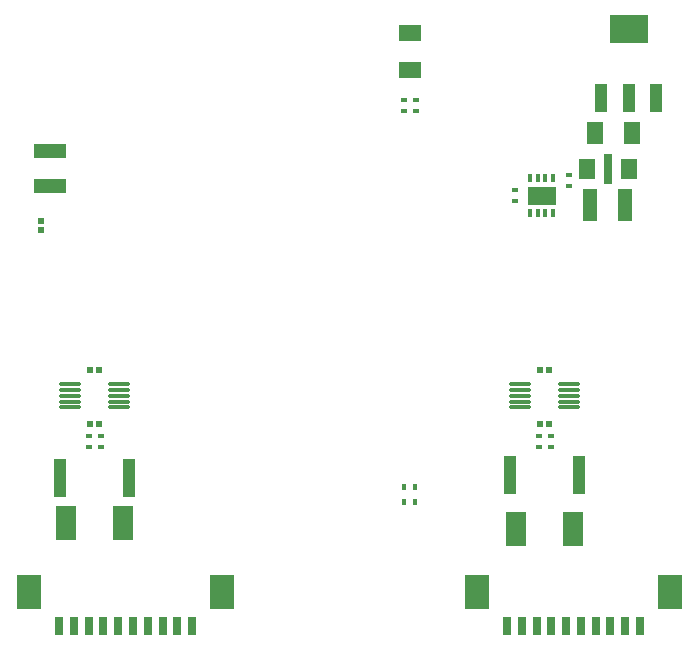
<source format=gbp>
G04*
G04 #@! TF.GenerationSoftware,Altium Limited,Altium NEXUS,1.0.11 (97)*
G04*
G04 Layer_Color=128*
%FSLAX25Y25*%
%MOIN*%
G70*
G01*
G75*
%ADD10R,0.01772X0.02165*%
%ADD29R,0.02165X0.01772*%
%ADD30R,0.05315X0.07480*%
%ADD31R,0.05512X0.07087*%
%ADD32R,0.03150X0.10236*%
%ADD33R,0.01378X0.02756*%
%ADD34R,0.09252X0.06221*%
%ADD35R,0.02047X0.02047*%
%ADD36R,0.10630X0.04528*%
%ADD37R,0.12992X0.09449*%
%ADD38R,0.03937X0.09449*%
%ADD39R,0.07480X0.05315*%
%ADD40R,0.04528X0.10630*%
%ADD41R,0.06614X0.11614*%
%ADD42R,0.04134X0.12795*%
%ADD43R,0.02047X0.02047*%
%ADD44O,0.07874X0.01181*%
%ADD45R,0.08268X0.11811*%
%ADD46R,0.03150X0.06299*%
D10*
X18228Y40000D02*
D03*
X21772D02*
D03*
X21772Y35000D02*
D03*
X18228D02*
D03*
D29*
X18000Y168772D02*
D03*
Y165228D02*
D03*
X22000Y165213D02*
D03*
Y168756D02*
D03*
X73000Y140228D02*
D03*
Y143772D02*
D03*
X55000Y135228D02*
D03*
Y138772D02*
D03*
X63000Y53228D02*
D03*
Y56772D02*
D03*
X67000Y53228D02*
D03*
Y56772D02*
D03*
X-87000D02*
D03*
Y53228D02*
D03*
X-83000Y56772D02*
D03*
Y53228D02*
D03*
D30*
X94299Y158000D02*
D03*
X81701D02*
D03*
D31*
X93161Y146000D02*
D03*
X78988D02*
D03*
D32*
X86075D02*
D03*
D33*
X60161Y142807D02*
D03*
X62721D02*
D03*
X65280D02*
D03*
X67839D02*
D03*
Y131193D02*
D03*
X65280D02*
D03*
X62721D02*
D03*
X60161D02*
D03*
D34*
X64000Y137000D02*
D03*
D35*
X-103000Y125425D02*
D03*
Y128575D02*
D03*
D36*
X-100000Y151906D02*
D03*
Y140094D02*
D03*
D37*
X93000Y192417D02*
D03*
D38*
X83945Y169583D02*
D03*
X93000D02*
D03*
X102055D02*
D03*
D39*
X20000Y178701D02*
D03*
Y191299D02*
D03*
D40*
X80094Y134000D02*
D03*
X91905D02*
D03*
D41*
X74410Y26000D02*
D03*
X55590D02*
D03*
X-75590Y28000D02*
D03*
X-94410D02*
D03*
D42*
X53583Y44000D02*
D03*
X76417D02*
D03*
X-96417Y43000D02*
D03*
X-73583D02*
D03*
D43*
X66575Y61000D02*
D03*
X63425D02*
D03*
Y79000D02*
D03*
X66575D02*
D03*
X-86575Y61000D02*
D03*
X-83425D02*
D03*
X-86575Y79000D02*
D03*
X-83425D02*
D03*
D44*
X56760Y66374D02*
D03*
Y68343D02*
D03*
Y70311D02*
D03*
Y72280D02*
D03*
Y74248D02*
D03*
X73295Y66374D02*
D03*
Y68343D02*
D03*
Y70311D02*
D03*
Y72280D02*
D03*
Y74248D02*
D03*
X-93240Y66374D02*
D03*
Y68343D02*
D03*
Y70311D02*
D03*
Y72280D02*
D03*
Y74248D02*
D03*
X-76705Y66374D02*
D03*
Y68343D02*
D03*
Y70311D02*
D03*
Y72280D02*
D03*
Y74248D02*
D03*
D45*
X-42461Y4918D02*
D03*
X-106831D02*
D03*
X106831D02*
D03*
X42461D02*
D03*
D46*
X-52500Y-6500D02*
D03*
X-57422D02*
D03*
X-62343D02*
D03*
X-67264D02*
D03*
X-72185D02*
D03*
X-77107D02*
D03*
X-82028D02*
D03*
X-86949D02*
D03*
X-91870D02*
D03*
X-96792D02*
D03*
X96792D02*
D03*
X91870D02*
D03*
X86949D02*
D03*
X82028D02*
D03*
X77107D02*
D03*
X72185D02*
D03*
X67264D02*
D03*
X62343D02*
D03*
X57422D02*
D03*
X52500D02*
D03*
M02*

</source>
